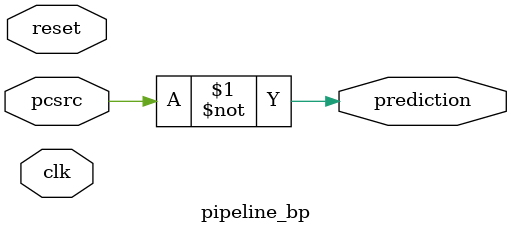
<source format=v>
`include "simparams.vh"


module pipeline_bp(input clk, reset,
                   input  pcsrc, // Branch flag
                   output prediction);

   // Implement naive strategy: It will ALWAYS branch
   assign prediction = ~pcsrc;
endmodule // pipeline_bp

</source>
